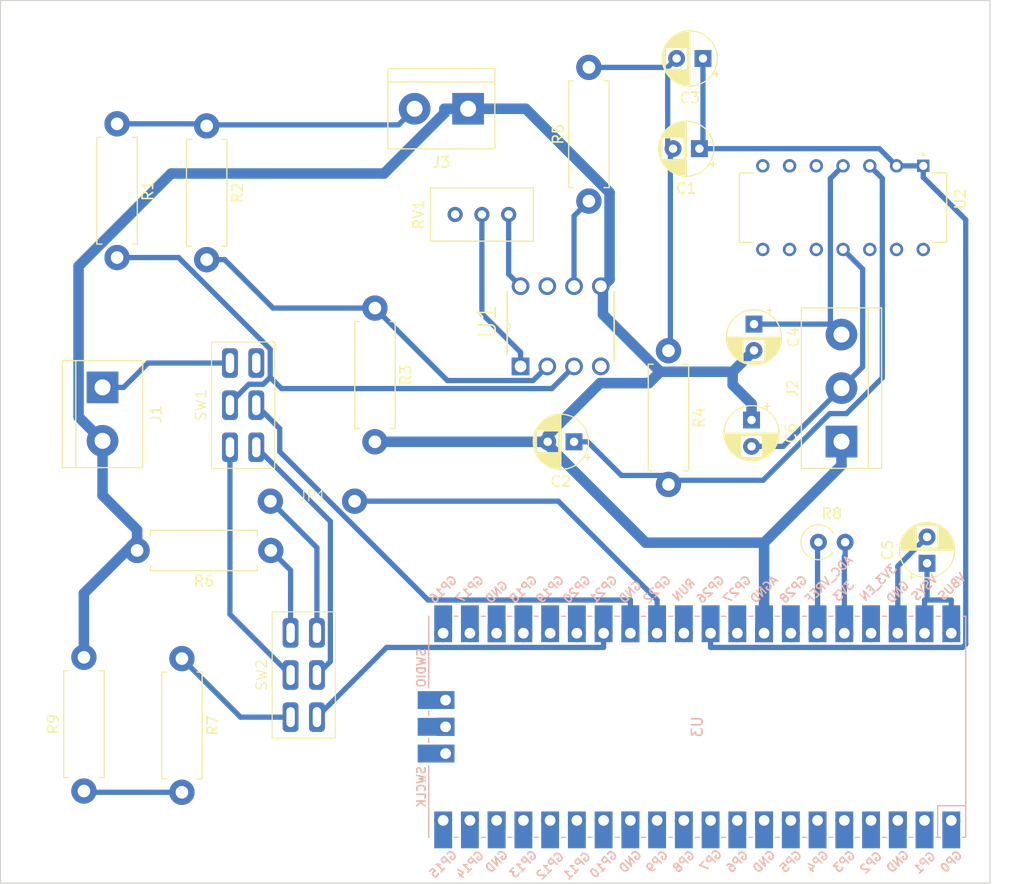
<source format=kicad_pcb>
(kicad_pcb (version 20221018) (generator pcbnew)
  (layers (0 "F.Cu" signal) (31 "B.Cu" signal) (34 "B.Paste" user) (35 "F.Paste" user) (36 "B.SilkS" user "B.Silkscreen") (37 "F.SilkS" user "F.Silkscreen") (38 "B.Mask" user) (39 "F.Mask" user) (44 "Edge.Cuts" user))
  (net 0 "")
  (net 1 "Net-(U2A--)")
  (net 2 "Net-(C1-Pad2)")
  (net 3 "Net-(U2A-+)")
  (net 4 "GND")
  (net 5 "VCC")
  (net 6 "Net-(U3-VBUS)")
  (net 7 "Net-(C5-Pad2)")
  (net 8 "VEE")
  (net 9 "Net-(J1-Pin_1)")
  (net 10 "+5V")
  (net 11 "Net-(SW1A-B)")
  (net 12 "Net-(U1--)")
  (net 13 "Net-(R5-Pad1)")
  (net 14 "Net-(SW2A-C)")
  (net 15 "Net-(SW2A-A)")
  (net 16 "Net-(R7-Pad2)")
  (net 17 "Net-(U3-ADC_VREF)")
  (net 18 "Net-(U3-3V3)")
  (net 20 "Net-(RV1-Pad2)")
  (net 21 "Net-(RV1-Pad3)")
  (net 22 "Net-(SW1B-A)")
  (net 23 "Net-(SW1B-B)")
  (net 24 "Net-(SW2B-A)")
  (net 57 "Net-(SW1A-A)")
  (net 58 "Net-(JP1-A)")
  (net 59 "Net-(JP1-B)")
  (footprint "Resistor_THT:R_Axial_DIN0411_L9.9mm_D3.6mm_P12.70mm_Horizontal" (layer "F.Cu") (at 91.74 113.18 90)
    (fp_text reference "R9" (at 6.35 -2.92 90) (layer "F.SilkS"))
    (fp_text value "20.6Ω")
    (pad "1" thru_hole circle (at 0 0 90) (size 2.4 2.4) (drill 1.2) (layers "*.Cu" "*.Mask") (net 16 "Net-(R7-Pad2)"))
    (pad "2" thru_hole oval (at 12.7 0 90) (size 2.4 2.4) (drill 1.2) (layers "*.Cu" "*.Mask") (net 4 "GND"))
  )
  (footprint "MyLibrary:TerminalBlock_bornier-2_P5.08mm" (layer "F.Cu") (at 128.23 48.38 180)
    (fp_text reference "J3" (at 2.54 -5.08 180) (layer "F.SilkS"))
    (fp_text value "5vPower")
    (pad "1" thru_hole rect (at 0 0 180) (size 3 3) (drill 1.52) (layers "*.Cu" "*.Mask") (net 4 "GND"))
    (pad "2" thru_hole circle (at 5.08 0 180) (size 3 3) (drill 1.52) (layers "*.Cu" "*.Mask") (net 10 "+5V"))
  )
  (footprint "TerminalBlock:TerminalBlock_bornier-3_P5.08mm" (layer "F.Cu") (at 163.69 79.99 90)
    (fp_text reference "J2" (at 5.05 -4.65 90) (layer "F.SilkS"))
    (fp_text value "+ gnd -")
    (pad "1" thru_hole rect (at 0 0 90) (size 3 3) (drill 1.52) (layers "*.Cu" "*.Mask") (net 4 "GND"))
    (pad "2" thru_hole circle (at 5.08 0 90) (size 3 3) (drill 1.52) (layers "*.Cu" "*.Mask") (net 8 "VEE"))
    (pad "3" thru_hole circle (at 10.16 0 90) (size 3 3) (drill 1.52) (layers "*.Cu" "*.Mask") (net 5 "VCC"))
  )
  (footprint "INA128P:DIP254P762X508-8" (layer "F.Cu") (at 140.83 65.23 90)
    (fp_text reference "U1" (at -3.357835 -10.785785 90) (layer "F.SilkS") (effects (font (size 1.642465 1.642465))))
    (fp_text value "INA129")
    (pad "1" thru_hole rect (at -7.62 -7.62 90) (size 1.6764 1.6764) (drill 1.1176) (layers "*.Cu" "*.Mask") (net 20 "Net-(RV1-Pad2)"))
    (pad "2" thru_hole circle (at -7.62 -5.08 90) (size 1.6764 1.6764) (drill 1.1176) (layers "*.Cu" "*.Mask") (net 12 "Net-(U1--)"))
    (pad "3" thru_hole circle (at -7.62 -2.54 90) (size 1.6764 1.6764) (drill 1.1176) (layers "*.Cu" "*.Mask") (net 11 "Net-(SW1A-B)"))
    (pad "4" thru_hole circle (at -7.62 0 90) (size 1.6764 1.6764) (drill 1.1176) (layers "*.Cu" "*.Mask") (net 8 "VEE"))
    (pad "5" thru_hole circle (at 0 0 90) (size 1.6764 1.6764) (drill 1.1176) (layers "*.Cu" "*.Mask") (net 4 "GND"))
    (pad "6" thru_hole circle (at 0 -2.54 90) (size 1.6764 1.6764) (drill 1.1176) (layers "*.Cu" "*.Mask") (net 13 "Net-(R5-Pad1)"))
    (pad "7" thru_hole circle (at 0 -5.08 90) (size 1.6764 1.6764) (drill 1.1176) (layers "*.Cu" "*.Mask") (net 5 "VCC"))
    (pad "8" thru_hole circle (at 0 -7.62 90) (size 1.6764 1.6764) (drill 1.1176) (layers "*.Cu" "*.Mask") (net 21 "Net-(RV1-Pad3)"))
  )
  (footprint "Capacitor_THT:CP_Radial_D5.0mm_P2.50mm" (layer "F.Cu") (at 155.15 77.9449 -90)
    (fp_text reference "C6" (at 1.25 -3.75 90) (layer "F.SilkS"))
    (fp_text value "C_Polarized")
    (pad "1" thru_hole rect (at 0 0 270) (size 1.6 1.6) (drill 0.8) (layers "*.Cu" "*.Mask") (net 4 "GND"))
    (pad "2" thru_hole circle (at 2.5 0 270) (size 1.6 1.6) (drill 0.8) (layers "*.Cu" "*.Mask") (net 8 "VEE"))
  )
  (footprint "Resistor_THT:R_Axial_DIN0411_L9.9mm_D3.6mm_P12.70mm_Horizontal" (layer "F.Cu") (at 103.4 50.01 -90)
    (fp_text reference "R2" (at 6.35 -2.92 90) (layer "F.SilkS"))
    (fp_text value "4k")
    (pad "1" thru_hole circle (at 0 0 270) (size 2.4 2.4) (drill 1.2) (layers "*.Cu" "*.Mask") (net 10 "+5V"))
    (pad "2" thru_hole oval (at 12.7 0 270) (size 2.4 2.4) (drill 1.2) (layers "*.Cu" "*.Mask") (net 12 "Net-(U1--)"))
  )
  (footprint "Resistor_THT:R_Axial_DIN0411_L9.9mm_D3.6mm_P12.70mm_Horizontal" (layer "F.Cu") (at 101.05 100.6 -90)
    (fp_text reference "R7" (at 6.35 -2.92 90) (layer "F.SilkS"))
    (fp_text value "117.9Ω")
    (pad "1" thru_hole circle (at 0 0 270) (size 2.4 2.4) (drill 1.2) (layers "*.Cu" "*.Mask") (net 15 "Net-(SW2A-A)"))
    (pad "2" thru_hole oval (at 12.7 0 270) (size 2.4 2.4) (drill 1.2) (layers "*.Cu" "*.Mask") (net 16 "Net-(R7-Pad2)"))
  )
  (footprint "MyLibrary:TerminalBlock_bornier-2_P5.08mm" (layer "F.Cu") (at 93.51 74.84 -90)
    (fp_text reference "J1" (at 2.54 -5.08 -90) (layer "F.SilkS"))
    (fp_text value "PinToPT100")
    (pad "1" thru_hole rect (at 0 0 270) (size 3 3) (drill 1.52) (layers "*.Cu" "*.Mask") (net 9 "Net-(J1-Pin_1)"))
    (pad "2" thru_hole circle (at 5.08 0 270) (size 3 3) (drill 1.52) (layers "*.Cu" "*.Mask") (net 4 "GND"))
  )
  (footprint "Resistor_THT:R_Axial_DIN0411_L9.9mm_D3.6mm_P12.70mm_Horizontal" (layer "F.Cu") (at 119.38 67.31 -90)
    (fp_text reference "R3" (at 6.35 -2.92 90) (layer "F.SilkS"))
    (fp_text value "100")
    (pad "1" thru_hole circle (at 0 0 270) (size 2.4 2.4) (drill 1.2) (layers "*.Cu" "*.Mask") (net 12 "Net-(U1--)"))
    (pad "2" thru_hole oval (at 12.7 0 270) (size 2.4 2.4) (drill 1.2) (layers "*.Cu" "*.Mask") (net 4 "GND"))
  )
  (footprint "MyLibrary:DIP-Switch-2P2T" (layer "F.Cu") (at 106.86 76.53 90)
    (fp_text reference "SW1" (at 0 -4 90 unlocked) (layer "F.SilkS") (effects (font (thickness 0.1))))
    (fp_text value "SW_DPDT_x2")
    (pad "1" thru_hole roundrect (at -4 -1.25 90) (size 2.8 1.5) (drill oval 1.9 0.8) (layers "*.Cu" "*.Mask") (net 57 "Net-(SW1A-A)"))
    (pad "2" thru_hole roundrect (at 0 -1.25 90) (size 2.8 1.5) (drill oval 1.9 0.8) (layers "*.Cu" "*.Mask") (net 11 "Net-(SW1A-B)"))
    (pad "3" thru_hole roundrect (at 4 -1.25 90) (size 2.8 1.5) (drill oval 1.9 0.8) (layers "*.Cu" "*.Mask") (net 9 "Net-(J1-Pin_1)"))
    (pad "4" thru_hole roundrect (at -4 1.25 270) (size 2.8 1.5) (drill oval 1.9 0.8) (layers "*.Cu" "*.Mask") (net 22 "Net-(SW1B-A)"))
    (pad "5" thru_hole roundrect (at 0 1.25 90) (size 2.8 1.5) (drill oval 1.9 0.8) (layers "*.Cu" "*.Mask") (net 23 "Net-(SW1B-B)"))
    (pad "6" thru_hole roundrect (at 4 1.25 90) (size 2.8 1.5) (drill oval 1.9 0.8) (layers "*.Cu" "*.Mask"))
  )
  (footprint "Resistor_THT:R_Axial_DIN0309_L9.0mm_D3.2mm_P2.54mm_Vertical" (layer "F.Cu") (at 161.5 89.55)
    (fp_text reference "R8" (at 1.27 -2.72) (layer "F.SilkS"))
    (fp_text value "100")
    (pad "1" thru_hole circle (at 0 0) (size 1.6 1.6) (drill 0.8) (layers "*.Cu" "*.Mask") (net 17 "Net-(U3-ADC_VREF)"))
    (pad "2" thru_hole oval (at 2.54 0) (size 1.6 1.6) (drill 0.8) (layers "*.Cu" "*.Mask") (net 18 "Net-(U3-3V3)"))
  )
  (footprint "Capacitor_THT:CP_Radial_D5.0mm_P2.50mm" (layer "F.Cu") (at 138.29 80.01 180)
    (fp_text reference "C2" (at 1.25 -3.75) (layer "F.SilkS"))
    (fp_text value "10u")
    (pad "1" thru_hole rect (at 0 0 180) (size 1.6 1.6) (drill 0.8) (layers "*.Cu" "*.Mask") (net 3 "Net-(U2A-+)"))
    (pad "2" thru_hole circle (at 2.5 0 180) (size 1.6 1.6) (drill 0.8) (layers "*.Cu" "*.Mask") (net 4 "GND"))
  )
  (footprint "Capacitor_THT:CP_Radial_D5.0mm_P2.50mm" (layer "F.Cu") (at 150.1951 52.17 180)
    (fp_text reference "C1" (at 1.25 -3.75) (layer "F.SilkS"))
    (fp_text value "10u")
    (pad "1" thru_hole rect (at 0 0 180) (size 1.6 1.6) (drill 0.8) (layers "*.Cu" "*.Mask") (net 1 "Net-(U2A--)"))
    (pad "2" thru_hole circle (at 2.5 0 180) (size 1.6 1.6) (drill 0.8) (layers "*.Cu" "*.Mask") (net 2 "Net-(C1-Pad2)"))
  )
  (footprint "Potentiometer_THT:Potentiometer_Bourns_3386C_Horizontal" (layer "F.Cu") (at 127 58.42 90)
    (fp_text reference "RV1" (at 0 -3.475 90) (layer "F.SilkS"))
    (fp_text value "RTrim")
    (pad "1" thru_hole circle (at 0 0 90) (size 1.44 1.44) (drill 0.8) (layers "*.Cu" "*.Mask"))
    (pad "2" thru_hole circle (at 0 2.54 90) (size 1.44 1.44) (drill 0.8) (layers "*.Cu" "*.Mask") (net 20 "Net-(RV1-Pad2)"))
    (pad "3" thru_hole circle (at 0 5.08 90) (size 1.44 1.44) (drill 0.8) (layers "*.Cu" "*.Mask") (net 21 "Net-(RV1-Pad3)"))
  )
  (footprint "Resistor_THT:R_Axial_DIN0411_L9.9mm_D3.6mm_P12.70mm_Horizontal" (layer "F.Cu") (at 109.49 90.33 180)
    (fp_text reference "R6" (at 6.35 -2.92) (layer "F.SilkS"))
    (fp_text value "100Ω")
    (pad "1" thru_hole circle (at 0 0 180) (size 2.4 2.4) (drill 1.2) (layers "*.Cu" "*.Mask") (net 14 "Net-(SW2A-C)"))
    (pad "2" thru_hole oval (at 12.7 0 180) (size 2.4 2.4) (drill 1.2) (layers "*.Cu" "*.Mask") (net 4 "GND"))
  )
  (footprint "Capacitor_THT:CP_Radial_D5.0mm_P2.50mm" (layer "F.Cu") (at 150.5351 43.6 180)
    (fp_text reference "C3" (at 1.25 -3.75) (layer "F.SilkS"))
    (fp_text value "10u")
    (pad "1" thru_hole rect (at 0 0 180) (size 1.6 1.6) (drill 0.8) (layers "*.Cu" "*.Mask") (net 1 "Net-(U2A--)"))
    (pad "2" thru_hole circle (at 2.5 0 180) (size 1.6 1.6) (drill 0.8) (layers "*.Cu" "*.Mask") (net 2 "Net-(C1-Pad2)"))
  )
  (footprint "Capacitor_THT:CP_Radial_D5.0mm_P2.50mm" (layer "F.Cu") (at 155.38 68.8349 -90)
    (fp_text reference "C4" (at 1.25 -3.75 90) (layer "F.SilkS"))
    (fp_text value "C_Polarized")
    (pad "1" thru_hole rect (at 0 0 270) (size 1.6 1.6) (drill 0.8) (layers "*.Cu" "*.Mask") (net 5 "VCC"))
    (pad "2" thru_hole circle (at 2.5 0 270) (size 1.6 1.6) (drill 0.8) (layers "*.Cu" "*.Mask") (net 4 "GND"))
  )
  (footprint "Resistor_THT:R_Axial_DIN0411_L9.9mm_D3.6mm_P12.70mm_Horizontal" (layer "F.Cu") (at 147.26 71.36 -90)
    (fp_text reference "R4" (at 6.35 -2.92 90) (layer "F.SilkS"))
    (fp_text value "1k")
    (pad "1" thru_hole circle (at 0 0 270) (size 2.4 2.4) (drill 1.2) (layers "*.Cu" "*.Mask") (net 2 "Net-(C1-Pad2)"))
    (pad "2" thru_hole oval (at 12.7 0 270) (size 2.4 2.4) (drill 1.2) (layers "*.Cu" "*.Mask") (net 3 "Net-(U2A-+)"))
  )
  (footprint "TL084IN:DIP794W45P254L1969H508Q14" (layer "F.Cu") (at 163.84 57.7725 -90)
    (fp_text reference "U2" (at -0.825 -11.135 90) (layer "F.SilkS"))
    (fp_text value "TL084")
    (pad "1" thru_hole rect (at -3.97 -7.62 270) (size 1.17 1.17) (drill 0.77) (layers "*.Cu" "*.Mask") (net 1 "Net-(U2A--)"))
    (pad "2" thru_hole circle (at -3.97 -5.08 270) (size 1.27 1.27) (drill 0.77) (layers "*.Cu" "*.Mask") (net 1 "Net-(U2A--)"))
    (pad "3" thru_hole circle (at -3.97 -2.54 270) (size 1.27 1.27) (drill 0.77) (layers "*.Cu" "*.Mask") (net 3 "Net-(U2A-+)"))
    (pad "4" thru_hole circle (at -3.97 0 270) (size 1.27 1.27) (drill 0.77) (layers "*.Cu" "*.Mask") (net 5 "VCC"))
    (pad "5" thru_hole circle (at -3.97 2.54 270) (size 1.27 1.27) (drill 0.77) (layers "*.Cu" "*.Mask"))
    (pad "6" thru_hole circle (at -3.97 5.08 270) (size 1.27 1.27) (drill 0.77) (layers "*.Cu" "*.Mask"))
    (pad "7" thru_hole circle (at -3.97 7.62 270) (size 1.27 1.27) (drill 0.77) (layers "*.Cu" "*.Mask"))
    (pad "8" thru_hole circle (at 3.97 7.62 270) (size 1.27 1.27) (drill 0.77) (layers "*.Cu" "*.Mask"))
    (pad "9" thru_hole circle (at 3.97 5.08 270) (size 1.27 1.27) (drill 0.77) (layers "*.Cu" "*.Mask"))
    (pad "10" thru_hole circle (at 3.97 2.54 270) (size 1.27 1.27) (drill 0.77) (layers "*.Cu" "*.Mask"))
    (pad "11" thru_hole circle (at 3.97 0 270) (size 1.27 1.27) (drill 0.77) (layers "*.Cu" "*.Mask") (net 8 "VEE"))
    (pad "12" thru_hole circle (at 3.97 -2.54 270) (size 1.27 1.27) (drill 0.77) (layers "*.Cu" "*.Mask"))
    (pad "13" thru_hole circle (at 3.97 -5.08 270) (size 1.27 1.27) (drill 0.77) (layers "*.Cu" "*.Mask"))
    (pad "14" thru_hole circle (at 3.97 -7.62 270) (size 1.27 1.27) (drill 0.77) (layers "*.Cu" "*.Mask"))
  )
  (footprint "Resistor_THT:R_Axial_DIN0411_L9.9mm_D3.6mm_P12.70mm_Horizontal" (layer "F.Cu") (at 139.7 57.15 90)
    (fp_text reference "R5" (at 6.35 -2.92 90) (layer "F.SilkS"))
    (fp_text value "1k")
    (pad "1" thru_hole circle (at 0 0 90) (size 2.4 2.4) (drill 1.2) (layers "*.Cu" "*.Mask") (net 13 "Net-(R5-Pad1)"))
    (pad "2" thru_hole oval (at 12.7 0 90) (size 2.4 2.4) (drill 1.2) (layers "*.Cu" "*.Mask") (net 2 "Net-(C1-Pad2)"))
  )
  (footprint "MyLibrary:jumper-wire_8mm" (layer "F.Cu") (at 113.45 85.65)
    (fp_text reference "JP1" (at 0 -0.5 unlocked) (layer "F.SilkS") (effects (font (thickness 0.1))))
    (fp_text value "Jumper_2_Bridged")
    (pad "1" thru_hole circle (at -4 0) (size 2.4 2.4) (drill 1.2) (layers "*.Cu" "*.Mask") (net 58 "Net-(JP1-A)"))
    (pad "2" thru_hole circle (at 4 0) (size 2.4 2.4) (drill 1.2) (layers "*.Cu" "*.Mask") (net 59 "Net-(JP1-B)"))
  )
  (footprint "MyLibrary:DIP-Switch-2P2T" (layer "F.Cu") (at 112.62 102.16 90)
    (fp_text reference "SW2" (at 0 -4 90 unlocked) (layer "F.SilkS") (effects (font (thickness 0.1))))
    (fp_text value "SW_DPDT_x2")
    (pad "1" thru_hole roundrect (at -4 -1.25 90) (size 2.8 1.5) (drill oval 1.9 0.8) (layers "*.Cu" "*.Mask") (net 15 "Net-(SW2A-A)"))
    (pad "2" thru_hole roundrect (at 0 -1.25 90) (size 2.8 1.5) (drill oval 1.9 0.8) (layers "*.Cu" "*.Mask") (net 57 "Net-(SW1A-A)"))
    (pad "3" thru_hole roundrect (at 4 -1.25 90) (size 2.8 1.5) (drill oval 1.9 0.8) (layers "*.Cu" "*.Mask") (net 14 "Net-(SW2A-C)"))
    (pad "4" thru_hole roundrect (at -4 1.25 270) (size 2.8 1.5) (drill oval 1.9 0.8) (layers "*.Cu" "*.Mask") (net 24 "Net-(SW2B-A)"))
    (pad "5" thru_hole roundrect (at 0 1.25 90) (size 2.8 1.5) (drill oval 1.9 0.8) (layers "*.Cu" "*.Mask") (net 22 "Net-(SW1B-A)"))
    (pad "6" thru_hole roundrect (at 4 1.25 90) (size 2.8 1.5) (drill oval 1.9 0.8) (layers "*.Cu" "*.Mask") (net 58 "Net-(JP1-A)"))
  )
  (footprint "Resistor_THT:R_Axial_DIN0411_L9.9mm_D3.6mm_P12.70mm_Horizontal" (layer "F.Cu") (at 94.89 49.81 -90)
    (fp_text reference "R1" (at 6.35 -2.92 90) (layer "F.SilkS"))
    (fp_text value "4k")
    (pad "1" thru_hole circle (at 0 0 270) (size 2.4 2.4) (drill 1.2) (layers "*.Cu" "*.Mask") (net 10 "+5V"))
    (pad "2" thru_hole oval (at 12.7 0 270) (size 2.4 2.4) (drill 1.2) (layers "*.Cu" "*.Mask") (net 11 "Net-(SW1A-B)"))
  )
  (footprint "Capacitor_THT:CP_Radial_D5.0mm_P2.50mm" (layer "F.Cu") (at 171.82 91.55 90)
    (fp_text reference "C5" (at 1.25 -3.75 90) (layer "F.SilkS"))
    (fp_text value "C_Polarized")
    (pad "1" thru_hole rect (at 0 0 90) (size 1.6 1.6) (drill 0.8) (layers "*.Cu" "*.Mask") (net 6 "Net-(U3-VBUS)"))
    (pad "2" thru_hole circle (at 2.5 0 90) (size 1.6 1.6) (drill 0.8) (layers "*.Cu" "*.Mask") (net 7 "Net-(C5-Pad2)"))
  )
  (footprint "MCU_RaspberryPi_and_Boards:RPi_Pico_SMD_TH" (layer "B.Cu") (at 149.99 107.08 90)
    (fp_text reference "U3" (at 0 0 90) (layer "B.SilkS") (effects (justify mirror)))
    (fp_text value "Pico")
    (fp_text user "GP16" (at 13.054 -24.13 45) (layer "B.SilkS") (effects (font (size 0.8 0.8)) (justify mirror)))
    (fp_text user "GND" (at 12.8 -6.35 45) (layer "B.SilkS") (effects (font (size 0.8 0.8)) (justify mirror)))
    (fp_text user "GP18" (at 13.054 -16.51 45) (layer "B.SilkS") (effects (font (size 0.8 0.8)) (justify mirror)))
    (fp_text user "GP7" (at -12.7 1.3 45) (layer "B.SilkS") (effects (font (size 0.8 0.8)) (justify mirror)))
    (fp_text user "GP12" (at -13.2 -13.97 45) (layer "B.SilkS") (effects (font (size 0.8 0.8)) (justify mirror)))
    (fp_text user "GP19" (at 13.054 -13.97 45) (layer "B.SilkS") (effects (font (size 0.8 0.8)) (justify mirror)))
    (fp_text user "3V3" (at 12.9 13.9 45) (layer "B.SilkS") (effects (font (size 0.8 0.8)) (justify mirror)))
    (fp_text user "GP3" (at -12.8 13.97 45) (layer "B.SilkS") (effects (font (size 0.8 0.8)) (justify mirror)))
    (fp_text user "GP5" (at -12.8 8.89 45) (layer "B.SilkS") (effects (font (size 0.8 0.8)) (justify mirror)))
    (fp_text user "GP8" (at -12.8 -1.27 45) (layer "B.SilkS") (effects (font (size 0.8 0.8)) (justify mirror)))
    (fp_text user "GP14" (at -13.1 -21.59 45) (layer "B.SilkS") (effects (font (size 0.8 0.8)) (justify mirror)))
    (fp_text user "GP22" (at 13.054 -3.81 45) (layer "B.SilkS") (effects (font (size 0.8 0.8)) (justify mirror)))
    (fp_text user "AGND" (at 13.054 6.35 45) (layer "B.SilkS") (effects (font (size 0.8 0.8)) (justify mirror)))
    (fp_text user "RUN" (at 13 -1.27 45) (layer "B.SilkS") (effects (font (size 0.8 0.8)) (justify mirror)))
    (fp_text user "GP1" (at -12.9 21.6 45) (layer "B.SilkS") (effects (font (size 0.8 0.8)) (justify mirror)))
    (fp_text user "SWDIO" (at 5.6 -26.2 90) (layer "B.SilkS") (effects (font (size 0.8 0.8)) (justify mirror)))
    (fp_text user "GP27" (at 13.054 3.8 45) (layer "B.SilkS") (effects (font (size 0.8 0.8)) (justify mirror)))
    (fp_text user "GND" (at -12.8 -6.35 45) (layer "B.SilkS") (effects (font (size 0.8 0.8)) (justify mirror)))
    (fp_text user "GP13" (at -13.054 -16.51 45) (layer "B.SilkS") (effects (font (size 0.8 0.8)) (justify mirror)))
    (fp_text user "SWCLK" (at -5.7 -26.2 90) (layer "B.SilkS") (effects (font (size 0.8 0.8)) (justify mirror)))
    (fp_text user "GP6" (at -12.8 3.81 45) (layer "B.SilkS") (effects (font (size 0.8 0.8)) (justify mirror)))
    (fp_text user "GP20" (at 13.054 -11.43 45) (layer "B.SilkS") (effects (font (size 0.8 0.8)) (justify mirror)))
    (fp_text user "ADC_VREF" (at 14 12.5 45) (layer "B.SilkS") (effects (font (size 0.8 0.8)) (justify mirror)))
    (fp_text user "GP11" (at -13.2 -11.43 45) (layer "B.SilkS") (effects (font (size 0.8 0.8)) (justify mirror)))
    (fp_text user "GP28" (at 13.054 9.144 45) (layer "B.SilkS") (effects (font (size 0.8 0.8)) (justify mirror)))
    (fp_text user "GP10" (at -13.054 -8.89 45) (layer "B.SilkS") (effects (font (size 0.8 0.8)) (justify mirror)))
    (fp_text user "GP0" (at -12.8 24.13 45) (layer "B.SilkS") (effects (font (size 0.8 0.8)) (justify mirror)))
    (fp_text user "GP26" (at 13.054 1.27 45) (layer "B.SilkS") (effects (font (size 0.8 0.8)) (justify mirror)))
    (fp_text user "GND" (at 12.8 19.05 45) (layer "B.SilkS") (effects (font (size 0.8 0.8)) (justify mirror)))
    (fp_text user "GP2" (at -12.9 16.51 45) (layer "B.SilkS") (effects (font (size 0.8 0.8)) (justify mirror)))
    (fp_text user "GND" (at 12.8 -19.05 45) (layer "B.SilkS") (effects (font (size 0.8 0.8)) (justify mirror)))
    (fp_text user "GP15" (at -13.054 -24.13 45) (layer "B.SilkS") (effects (font (size 0.8 0.8)) (justify mirror)))
    (fp_text user "GND" (at -12.8 -19.05 45) (layer "B.SilkS") (effects (font (size 0.8 0.8)) (justify mirror)))
    (fp_text user "GP21" (at 13.054 -8.9 45) (layer "B.SilkS") (effects (font (size 0.8 0.8)) (justify mirror)))
    (fp_text user "GP4" (at -12.8 11.43 45) (layer "B.SilkS") (effects (font (size 0.8 0.8)) (justify mirror)))
    (fp_text user "VBUS" (at 13.3 24.2 45) (layer "B.SilkS") (effects (font (size 0.8 0.8)) (justify mirror)))
    (fp_text user "GND" (at -12.8 19.05 45) (layer "B.SilkS") (effects (font (size 0.8 0.8)) (justify mirror)))
    (fp_text user "3V3_EN" (at 13.7 17.2 45) (layer "B.SilkS") (effects (font (size 0.8 0.8)) (justify mirror)))
    (fp_text user "GND" (at -12.8 6.35 45) (layer "B.SilkS") (effects (font (size 0.8 0.8)) (justify mirror)))
    (fp_text user "VSYS" (at 13.2 21.59 45) (layer "B.SilkS") (effects (font (size 0.8 0.8)) (justify mirror)))
    (fp_text user "GP17" (at 13.054 -21.59 45) (layer "B.SilkS") (effects (font (size 0.8 0.8)) (justify mirror)))
    (fp_text user "GP9" (at -12.8 -3.81 45) (layer "B.SilkS") (effects (font (size 0.8 0.8)) (justify mirror)))
    (pad "" np_thru_hole oval (at -2.725 24 90) (size 1.8 1.8) (drill 1.8) (layers "*.Cu" "*.Mask"))
    (pad "" np_thru_hole oval (at -2.425 20.97 90) (size 1.5 1.5) (drill 1.5) (layers "*.Cu" "*.Mask"))
    (pad "" np_thru_hole oval (at 2.425 20.97 90) (size 1.5 1.5) (drill 1.5) (layers "*.Cu" "*.Mask"))
    (pad "" np_thru_hole oval (at 2.725 24 90) (size 1.8 1.8) (drill 1.8) (layers "*.Cu" "*.Mask"))
    (pad "1" thru_hole oval (at -8.89 24.13 90) (size 1.7 1.7) (drill 1.02) (layers "*.Cu" "*.Mask"))
    (pad "1" smd rect (at -8.89 24.13 90) (size 3.5 1.7) (drill (offset -0.9 0)) (layers "B.Cu" "B.Mask"))
    (pad "2" thru_hole oval (at -8.89 21.59 90) (size 1.7 1.7) (drill 1.02) (layers "*.Cu" "*.Mask"))
    (pad "2" smd rect (at -8.89 21.59 90) (size 3.5 1.7) (drill (offset -0.9 0)) (layers "B.Cu" "B.Mask"))
    (pad "3" thru_hole rect (at -8.89 19.05 90) (size 1.7 1.7) (drill 1.02) (layers "*.Cu" "*.Mask"))
    (pad "3" smd rect (at -8.89 19.05 90) (size 3.5 1.7) (drill (offset -0.9 0)) (layers "B.Cu" "B.Mask"))
    (pad "4" thru_hole oval (at -8.89 16.51 90) (size 1.7 1.7) (drill 1.02) (layers "*.Cu" "*.Mask"))
    (pad "4" smd rect (at -8.89 16.51 90) (size 3.5 1.7) (drill (offset -0.9 0)) (layers "B.Cu" "B.Mask"))
    (pad "5" thru_hole oval (at -8.89 13.97 90) (size 1.7 1.7) (drill 1.02) (layers "*.Cu" "*.Mask"))
    (pad "5" smd rect (at -8.89 13.97 90) (size 3.5 1.7) (drill (offset -0.9 0)) (layers "B.Cu" "B.Mask"))
    (pad "6" thru_hole oval (at -8.89 11.43 90) (size 1.7 1.7) (drill 1.02) (layers "*.Cu" "*.Mask"))
    (pad "6" smd rect (at -8.89 11.43 90) (size 3.5 1.7) (drill (offset -0.9 0)) (layers "B.Cu" "B.Mask"))
    (pad "7" thru_hole oval (at -8.89 8.89 90) (size 1.7 1.7) (drill 1.02) (layers "*.Cu" "*.Mask"))
    (pad "7" smd rect (at -8.89 8.89 90) (size 3.5 1.7) (drill (offset -0.9 0)) (layers "B.Cu" "B.Mask"))
    (pad "8" thru_hole rect (at -8.89 6.35 90) (size 1.7 1.7) (drill 1.02) (layers "*.Cu" "*.Mask"))
    (pad "8" smd rect (at -8.89 6.35 90) (size 3.5 1.7) (drill (offset -0.9 0)) (layers "B.Cu" "B.Mask"))
    (pad "9" thru_hole oval (at -8.89 3.81 90) (size 1.7 1.7) (drill 1.02) (layers "*.Cu" "*.Mask"))
    (pad "9" smd rect (at -8.89 3.81 90) (size 3.5 1.7) (drill (offset -0.9 0)) (layers "B.Cu" "B.Mask"))
    (pad "10" thru_hole oval (at -8.89 1.27 90) (size 1.7 1.7) (drill 1.02) (layers "*.Cu" "*.Mask"))
    (pad "10" smd rect (at -8.89 1.27 90) (size 3.5 1.7) (drill (offset -0.9 0)) (layers "B.Cu" "B.Mask"))
    (pad "11" thru_hole oval (at -8.89 -1.27 90) (size 1.7 1.7) (drill 1.02) (layers "*.Cu" "*.Mask"))
    (pad "11" smd rect (at -8.89 -1.27 90) (size 3.5 1.7) (drill (offset -0.9 0)) (layers "B.Cu" "B.Mask"))
    (pad "12" thru_hole oval (at -8.89 -3.81 90) (size 1.7 1.7) (drill 1.02) (layers "*.Cu" "*.Mask"))
    (pad "12" smd rect (at -8.89 -3.81 90) (size 3.5 1.7) (drill (offset -0.9 0)) (layers "B.Cu" "B.Mask"))
    (pad "13" thru_hole rect (at -8.89 -6.35 90) (size 1.7 1.7) (drill 1.02) (layers "*.Cu" "*.Mask"))
    (pad "13" smd rect (at -8.89 -6.35 90) (size 3.5 1.7) (drill (offset -0.9 0)) (layers "B.Cu" "B.Mask"))
    (pad "14" thru_hole oval (at -8.89 -8.89 90) (size 1.7 1.7) (drill 1.02) (layers "*.Cu" "*.Mask"))
    (pad "14" smd rect (at -8.89 -8.89 90) (size 3.5 1.7) (drill (offset -0.9 0)) (layers "B.Cu" "B.Mask"))
    (pad "15" thru_hole oval (at -8.89 -11.43 90) (size 1.7 1.7) (drill 1.02) (layers "*.Cu" "*.Mask"))
    (pad "15" smd rect (at -8.89 -11.43 90) (size 3.5 1.7) (drill (offset -0.9 0)) (layers "B.Cu" "B.Mask"))
    (pad "16" thru_hole oval (at -8.89 -13.97 90) (size 1.7 1.7) (drill 1.02) (layers "*.Cu" "*.Mask"))
    (pad "16" smd rect (at -8.89 -13.97 90) (size 3.5 1.7) (drill (offset -0.9 0)) (layers "B.Cu" "B.Mask"))
    (pad "17" thru_hole oval (at -8.89 -16.51 90) (size 1.7 1.7) (drill 1.02) (layers "*.Cu" "*.Mask"))
    (pad "17" smd rect (at -8.89 -16.51 90) (size 3.5 1.7) (drill (offset -0.9 0)) (layers "B.Cu" "B.Mask"))
    (pad "18" thru_hole rect (at -8.89 -19.05 90) (size 1.7 1.7) (drill 1.02) (layers "*.Cu" "*.Mask"))
    (pad "18" smd rect (at -8.89 -19.05 90) (size 3.5 1.7) (drill (offset -0.9 0)) (layers "B.Cu" "B.Mask"))
    (pad "19" thru_hole oval (at -8.89 -21.59 90) (size 1.7 1.7) (drill 1.02) (layers "*.Cu" "*.Mask"))
    (pad "19" smd rect (at -8.89 -21.59 90) (size 3.5 1.7) (drill (offset -0.9 0)) (layers "B.Cu" "B.Mask"))
    (pad "20" thru_hole oval (at -8.89 -24.13 90) (size 1.7 1.7) (drill 1.02) (layers "*.Cu" "*.Mask"))
    (pad "20" smd rect (at -8.89 -24.13 90) (size 3.5 1.7) (drill (offset -0.9 0)) (layers "B.Cu" "B.Mask"))
    (pad "21" thru_hole oval (at 8.89 -24.13 90) (size 1.7 1.7) (drill 1.02) (layers "*.Cu" "*.Mask"))
    (pad "21" smd rect (at 8.89 -24.13 90) (size 3.5 1.7) (drill (offset 0.9 0)) (layers "B.Cu" "B.Mask"))
    (pad "22" thru_hole oval (at 8.89 -21.59 90) (size 1.7 1.7) (drill 1.02) (layers "*.Cu" "*.Mask"))
    (pad "22" smd rect (at 8.89 -21.59 90) (size 3.5 1.7) (drill (offset 0.9 0)) (layers "B.Cu" "B.Mask"))
    (pad "23" thru_hole rect (at 8.89 -19.05 90) (size 1.7 1.7) (drill 1.02) (layers "*.Cu" "*.Mask"))
    (pad "23" smd rect (at 8.89 -19.05 90) (size 3.5 1.7) (drill (offset 0.9 0)) (layers "B.Cu" "B.Mask"))
    (pad "24" thru_hole oval (at 8.89 -16.51 90) (size 1.7 1.7) (drill 1.02) (layers "*.Cu" "*.Mask"))
    (pad "24" smd rect (at 8.89 -16.51 90) (size 3.5 1.7) (drill (offset 0.9 0)) (layers "B.Cu" "B.Mask"))
    (pad "25" thru_hole oval (at 8.89 -13.97 90) (size 1.7 1.7) (drill 1.02) (layers "*.Cu" "*.Mask"))
    (pad "25" smd rect (at 8.89 -13.97 90) (size 3.5 1.7) (drill (offset 0.9 0)) (layers "B.Cu" "B.Mask"))
    (pad "26" thru_hole oval (at 8.89 -11.43 90) (size 1.7 1.7) (drill 1.02) (layers "*.Cu" "*.Mask"))
    (pad "26" smd rect (at 8.89 -11.43 90) (size 3.5 1.7) (drill (offset 0.9 0)) (layers "B.Cu" "B.Mask"))
    (pad "27" thru_hole oval (at 8.89 -8.89 90) (size 1.7 1.7) (drill 1.02) (layers "*.Cu" "*.Mask") (net 24 "Net-(SW2B-A)"))
    (pad "27" smd rect (at 8.89 -8.89 90) (size 3.5 1.7) (drill (offset 0.9 0)) (layers "B.Cu" "B.Mask") (net 24 "Net-(SW2B-A)"))
    (pad "28" thru_hole rect (at 8.89 -6.35 90) (size 1.7 1.7) (drill 1.02) (layers "*.Cu" "*.Mask") (net 23 "Net-(SW1B-B)"))
    (pad "28" smd rect (at 8.89 -6.35 90) (size 3.5 1.7) (drill (offset 0.9 0)) (layers "B.Cu" "B.Mask") (net 23 "Net-(SW1B-B)"))
    (pad "29" thru_hole oval (at 8.89 -3.81 90) (size 1.7 1.7) (drill 1.02) (layers "*.Cu" "*.Mask") (net 59 "Net-(JP1-B)"))
    (pad "29" smd rect (at 8.89 -3.81 90) (size 3.5 1.7) (drill (offset 0.9 0)) (layers "B.Cu" "B.Mask") (net 59 "Net-(JP1-B)"))
    (pad "30" thru_hole oval (at 8.89 -1.27 90) (size 1.7 1.7) (drill 1.02) (layers "*.Cu" "*.Mask"))
    (pad "30" smd rect (at 8.89 -1.27 90) (size 3.5 1.7) (drill (offset 0.9 0)) (layers "B.Cu" "B.Mask"))
    (pad "31" thru_hole oval (at 8.89 1.27 90) (size 1.7 1.7) (drill 1.02) (layers "*.Cu" "*.Mask") (net 1 "Net-(U2A--)"))
    (pad "31" smd rect (at 8.89 1.27 90) (size 3.5 1.7) (drill (offset 0.9 0)) (layers "B.Cu" "B.Mask") (net 1 "Net-(U2A--)"))
    (pad "32" thru_hole oval (at 8.89 3.81 90) (size 1.7 1.7) (drill 1.02) (layers "*.Cu" "*.Mask"))
    (pad "32" smd rect (at 8.89 3.81 90) (size 3.5 1.7) (drill (offset 0.9 0)) (layers "B.Cu" "B.Mask"))
    (pad "33" thru_hole rect (at 8.89 6.35 90) (size 1.7 1.7) (drill 1.02) (layers "*.Cu" "*.Mask") (net 4 "GND"))
    (pad "33" smd rect (at 8.89 6.35 90) (size 3.5 1.7) (drill (offset 0.9 0)) (layers "B.Cu" "B.Mask") (net 4 "GND"))
    (pad "34" thru_hole oval (at 8.89 8.89 90) (size 1.7 1.7) (drill 1.02) (layers "*.Cu" "*.Mask"))
    (pad "34" smd rect (at 8.89 8.89 90) (size 3.5 1.7) (drill (offset 0.9 0)) (layers "B.Cu" "B.Mask"))
    (pad "35" thru_hole oval (at 8.89 11.43 90) (size 1.7 1.7) (drill 1.02) (layers "*.Cu" "*.Mask") (net 17 "Net-(U3-ADC_VREF)"))
    (pad "35" smd rect (at 8.89 11.43 90) (size 3.5 1.7) (drill (offset 0.9 0)) (layers "B.Cu" "B.Mask") (net 17 "Net-(U3-ADC_VREF)"))
    (pad "36" thru_hole oval (at 8.89 13.97 90) (size 1.7 1.7) (drill 1.02) (layers "*.Cu" "*.Mask") (net 18 "Net-(U3-3V3)"))
    (pad "36" smd rect (at 8.89 13.97 90) (size 3.5 1.7) (drill (offset 0.9 0)) (layers "B.Cu" "B.Mask") (net 18 "Net-(U3-3V3)"))
    (pad "37" thru_hole oval (at 8.89 16.51 90) (size 1.7 1.7) (drill 1.02) (layers "*.Cu" "*.Mask"))
    (pad "37" smd rect (at 8.89 16.51 90) (size 3.5 1.7) (drill (offset 0.9 0)) (layers "B.Cu" "B.Mask"))
    (pad "38" thru_hole rect (at 8.89 19.05 90) (size 1.7 1.7) (drill 1.02) (layers "*.Cu" "*.Mask") (net 7 "Net-(C5-Pad2)"))
    (pad "38" smd rect (at 8.89 19.05 90) (size 3.5 1.7) (drill (offset 0.9 0)) (layers "B.Cu" "B.Mask") (net 7 "Net-(C5-Pad2)"))
    (pad "39" thru_hole oval (at 8.89 21.59 90) (size 1.7 1.7) (drill 1.02) (layers "*.Cu" "*.Mask") (net 6 "Net-(U3-VBUS)"))
    (pad "39" smd rect (at 8.89 21.59 90) (size 3.5 1.7) (drill (offset 0.9 0)) (layers "B.Cu" "B.Mask") (net 6 "Net-(U3-VBUS)"))
    (pad "40" thru_hole oval (at 8.89 24.13 90) (size 1.7 1.7) (drill 1.02) (layers "*.Cu" "*.Mask") (net 6 "Net-(U3-VBUS)"))
    (pad "40" smd rect (at 8.89 24.13 90) (size 3.5 1.7) (drill (offset 0.9 0)) (layers "B.Cu" "B.Mask") (net 6 "Net-(U3-VBUS)"))
    (pad "41" thru_hole oval (at -2.54 -23.9 90) (size 1.7 1.7) (drill 1.02) (layers "*.Cu" "*.Mask"))
    (pad "41" smd rect (at -2.54 -23.9) (size 3.5 1.7) (drill (offset -0.9 0)) (layers "B.Cu" "B.Mask"))
    (pad "42" thru_hole rect (at 0 -23.9 90) (size 1.7 1.7) (drill 1.02) (layers "*.Cu" "*.Mask"))
    (pad "42" smd rect (at 0 -23.9) (size 3.5 1.7) (drill (offset -0.9 0)) (layers "B.Cu" "B.Mask"))
    (pad "43" thru_hole oval (at 2.54 -23.9 90) (size 1.7 1.7) (drill 1.02) (layers "*.Cu" "*.Mask"))
    (pad "43" smd rect (at 2.54 -23.9) (size 3.5 1.7) (drill (offset -0.9 0)) (layers "B.Cu" "B.Mask"))
  )
  (gr_rect (start 83.82 38.1) (end 177.8 121.92) (stroke (width 0.1)) (fill none) (layer "Edge.Cuts"))
  (segment (start 167.2875 52.17) (end 151.497 52.17) (width 0.5) (layer "B.Cu") (net 1))
  (segment (start 151.26 98.19) (end 151.26 99.5419) (width 0.5) (layer "B.Cu") (net 1))
  (segment (start 150.5351 52.17) (end 150.7458 52.17) (width 0.5) (layer "B.Cu") (net 1))
  (segment (start 175.1887 99.5419) (end 175.4908 99.2398) (width 0.5) (layer "B.Cu") (net 1))
  (segment (start 168.92 53.8025) (end 167.2875 52.17) (width 0.5) (layer "B.Cu") (net 1))
  (segment (start 171.46 53.8025) (end 171.46 54.8894) (width 0.5) (layer "B.Cu") (net 1))
  (segment (start 150.5351 43.6) (end 150.5351 52.17) (width 0.5) (layer "B.Cu") (net 1))
  (segment (start 150.7458 52.17) (end 151.497 52.17) (width 0.5) (layer "B.Cu") (net 1))
  (segment (start 151.26 99.5419) (end 175.1887 99.5419) (width 0.5) (layer "B.Cu") (net 1))
  (segment (start 150.1952 52.17) (end 150.5351 52.17) (width 0.5) (layer "B.Cu") (net 1))
  (segment (start 175.4908 58.9202) (end 171.46 54.8894) (width 0.5) (layer "B.Cu") (net 1))
  (segment (start 175.4908 99.2398) (end 175.4908 58.9202) (width 0.5) (layer "B.Cu") (net 1))
  (segment (start 150.1951 52.17) (end 150.1952 52.17) (width 0.5) (layer "B.Cu") (net 1))
  (segment (start 168.92 53.8025) (end 171.46 53.8025) (width 0.5) (layer "B.Cu") (net 1))
  (segment (start 147.1851 44.45) (end 148.0351 43.6) (width 0.5) (layer "B.Cu") (net 2))
  (segment (start 147.4401 52.17) (end 147.4401 71.1799) (width 0.5) (layer "B.Cu") (net 2))
  (segment (start 147.1851 44.45) (end 147.1851 51.915) (width 0.5) (layer "B.Cu") (net 2))
  (segment (start 147.4401 71.1799) (end 147.26 71.36) (width 0.5) (layer "B.Cu") (net 2))
  (segment (start 147.1851 51.915) (end 147.4401 52.17) (width 0.5) (layer "B.Cu") (net 2))
  (segment (start 147.4401 52.17) (end 147.6951 52.17) (width 0.5) (layer "B.Cu") (net 2))
  (segment (start 139.7 44.45) (end 147.1851 44.45) (width 0.5) (layer "B.Cu") (net 2))
  (segment (start 147.26 83.666) (end 147.26 83.209) (width 0.5) (layer "B.Cu") (net 3))
  (segment (start 142.7909 83.209) (end 139.5919 80.01) (width 0.5) (layer "B.Cu") (net 3))
  (segment (start 147.26 83.209) (end 142.7909 83.209) (width 0.5) (layer "B.Cu") (net 3))
  (segment (start 147.26 84.06) (end 147.26 83.666) (width 0.5) (layer "B.Cu") (net 3))
  (segment (start 167.5706 54.9931) (end 167.5706 73.9274) (width 0.5) (layer "B.Cu") (net 3))
  (segment (start 162.5809 77.3329) (end 156.2478 83.666) (width 0.5) (layer "B.Cu") (net 3))
  (segment (start 138.29 80.01) (end 139.5919 80.01) (width 0.5) (layer "B.Cu") (net 3))
  (segment (start 156.2478 83.666) (end 147.26 83.666) (width 0.5) (layer "B.Cu") (net 3))
  (segment (start 164.1651 77.3329) (end 162.5809 77.3329) (width 0.5) (layer "B.Cu") (net 3))
  (segment (start 166.38 53.8025) (end 167.5706 54.9931) (width 0.5) (layer "B.Cu") (net 3))
  (segment (start 167.5706 73.9274) (end 164.1651 77.3329) (width 0.5) (layer "B.Cu") (net 3))
  (segment (start 155.15 77.9449) (end 155.15 76.393) (width 1) (layer "B.Cu") (net 4))
  (segment (start 145.0972 89.5919) (end 135.79 80.2847) (width 1) (layer "B.Cu") (net 4))
  (segment (start 91.74 94.404) (end 91.74 100.48) (width 1) (layer "B.Cu") (net 4))
  (segment (start 155.38 71.3349) (end 153.3564 73.3585) (width 1) (layer "B.Cu") (net 4))
  (segment (start 91.2331 63.3248) (end 100.0277 54.5302) (width 1) (layer "B.Cu") (net 4))
  (segment (start 100.0277 54.5302) (end 120.2501 54.5302) (width 1) (layer "B.Cu") (net 4))
  (segment (start 135.79 80.01) (end 135.79 79.41) (width 1) (layer "B.Cu") (net 4))
  (segment (start 141.0387 65.23) (end 141.0387 67.9185) (width 1) (layer "B.Cu") (net 4))
  (segment (start 120.2501 54.5302) (end 125.9781 48.8022) (width 1) (layer "B.Cu") (net 4))
  (segment (start 146.4787 73.3585) (end 153.3564 73.3585) (width 1) (layer "B.Cu") (net 4))
  (segment (start 128.23 48.38) (end 133.6987 48.38) (width 1) (layer "B.Cu") (net 4))
  (segment (start 140.7618 74.4382) (end 145.399 74.4382) (width 1) (layer "B.Cu") (net 4))
  (segment (start 153.3564 73.3585) (end 153.3564 74.5994) (width 1) (layer "B.Cu") (net 4))
  (segment (start 141.6645 64.6042) (end 141.0387 65.23) (width 1) (layer "B.Cu") (net 4))
  (segment (start 156.34 89.5919) (end 156.34 98.19) (width 1) (layer "B.Cu") (net 4))
  (segment (start 145.399 74.4382) (end 146.4787 73.3585) (width 1) (layer "B.Cu") (net 4))
  (segment (start 133.6987 48.38) (end 141.6645 56.3458) (width 1) (layer "B.Cu") (net 4))
  (segment (start 119.38 80.01) (end 135.79 80.01) (width 1) (layer "B.Cu") (net 4))
  (segment (start 125.9781 48.8022) (end 125.9781 48.38) (width 1) (layer "B.Cu") (net 4))
  (segment (start 156.34 89.5919) (end 145.0972 89.5919) (width 1) (layer "B.Cu") (net 4))
  (segment (start 91.2331 77.6431) (end 91.2331 63.3248) (width 1) (layer "B.Cu") (net 4))
  (segment (start 141.0387 65.23) (end 140.83 65.23) (width 1) (layer "B.Cu") (net 4))
  (segment (start 135.79 79.41) (end 140.7618 74.4382) (width 1) (layer "B.Cu") (net 4))
  (segment (start 135.79 80.2847) (end 135.79 80.01) (width 1) (layer "B.Cu") (net 4))
  (segment (start 93.51 79.92) (end 91.2331 77.6431) (width 1) (layer "B.Cu") (net 4))
  (segment (start 153.3564 74.5994) (end 155.15 76.393) (width 1) (layer "B.Cu") (net 4))
  (segment (start 96.79 89.354) (end 91.74 94.404) (width 1) (layer "B.Cu") (net 4))
  (segment (start 163.69 79.99) (end 163.69 82.2419) (width 1) (layer "B.Cu") (net 4))
  (segment (start 141.0387 67.9185) (end 146.4787 73.3585) (width 1) (layer "B.Cu") (net 4))
  (segment (start 93.51 85.0981) (end 93.51 79.92) (width 1) (layer "B.Cu") (net 4))
  (segment (start 96.79 88.3781) (end 93.51 85.0981) (width 1) (layer "B.Cu") (net 4))
  (segment (start 128.23 48.38) (end 125.9781 48.38) (width 1) (layer "B.Cu") (net 4))
  (segment (start 96.79 89.354) (end 96.79 88.3781) (width 1) (layer "B.Cu") (net 4))
  (segment (start 96.79 90.33) (end 96.79 89.354) (width 1) (layer "B.Cu") (net 4))
  (segment (start 163.69 82.2419) (end 156.34 89.5919) (width 1) (layer "B.Cu") (net 4))
  (segment (start 141.6645 56.3458) (end 141.6645 64.6042) (width 1) (layer "B.Cu") (net 4))
  (segment (start 162.64 68.78) (end 162.5851 68.8349) (width 0.5) (layer "B.Cu") (net 5))
  (segment (start 163.84 53.8025) (end 162.64 55.0025) (width 0.5) (layer "B.Cu") (net 5))
  (segment (start 162.5851 68.8349) (end 155.38 68.8349) (width 0.5) (layer "B.Cu") (net 5))
  (segment (start 163.69 69.83) (end 162.64 68.78) (width 0.5) (layer "B.Cu") (net 5))
  (segment (start 162.64 55.0025) (end 162.64 68.78) (width 0.5) (layer "B.Cu") (net 5))
  (segment (start 174.12 98.19) (end 174.12 95.0381) (width 0.5) (layer "B.Cu") (net 6))
  (segment (start 171.58 95.0381) (end 171.82 95.0381) (width 0.5) (layer "B.Cu") (net 6))
  (segment (start 171.82 91.55) (end 171.82 92.8519) (width 0.5) (layer "B.Cu") (net 6))
  (segment (start 171.82 95.0381) (end 174.12 95.0381) (width 0.5) (layer "B.Cu") (net 6))
  (segment (start 171.82 92.8519) (end 171.82 95.0381) (width 0.5) (layer "B.Cu") (net 6))
  (segment (start 171.58 98.19) (end 171.58 95.0381) (width 0.5) (layer "B.Cu") (net 6))
  (segment (start 169.04 91.83) (end 171.82 89.05) (width 0.5) (layer "B.Cu") (net 7))
  (segment (start 169.04 98.19) (end 169.04 91.83) (width 0.5) (layer "B.Cu") (net 7))
  (segment (start 163.69 74.91) (end 158.1551 80.4449) (width 0.5) (layer "B.Cu") (net 8))
  (segment (start 158.1551 80.4449) (end 155.15 80.4449) (width 0.5) (layer "B.Cu") (net 8))
  (segment (start 165.7024 72.8976) (end 163.69 74.91) (width 0.5) (layer "B.Cu") (net 8))
  (segment (start 165.7024 63.6049) (end 165.7024 72.8976) (width 0.5) (layer "B.Cu") (net 8))
  (segment (start 163.84 61.7425) (end 165.7024 63.6049) (width 0.5) (layer "B.Cu") (net 8))
  (segment (start 97.8219 72.53) (end 105.61 72.53) (width 0.5) (layer "B.Cu") (net 9))
  (segment (start 95.5119 74.84) (end 97.8219 72.53) (width 0.5) (layer "B.Cu") (net 9))
  (segment (start 93.51 74.84) (end 95.5119 74.84) (width 0.5) (layer "B.Cu") (net 9))
  (segment (start 103.4 49.91) (end 121.62 49.91) (width 0.5) (layer "B.Cu") (net 10))
  (segment (start 94.89 49.81) (end 103.3 49.81) (width 0.5) (layer "B.Cu") (net 10))
  (segment (start 103.4 49.91) (end 103.4 50.01) (width 0.5) (layer "B.Cu") (net 10))
  (segment (start 103.3 49.81) (end 103.4 49.91) (width 0.5) (layer "B.Cu") (net 10))
  (segment (start 121.62 49.91) (end 123.15 48.38) (width 0.5) (layer "B.Cu") (net 10))
  (segment (start 109.4328 73.884) (end 110.5033 74.9545) (width 0.5) (layer "B.Cu") (net 11))
  (segment (start 100.7301 62.51) (end 109.4328 71.2127) (width 0.5) (layer "B.Cu") (net 11))
  (segment (start 109.4328 73.884) (end 108.7673 74.5495) (width 0.5) (layer "B.Cu") (net 11))
  (segment (start 105.61 76.3425) (end 105.61 76.53) (width 0.5) (layer "B.Cu") (net 11))
  (segment (start 109.4328 71.2127) (end 109.4328 73.884) (width 0.5) (layer "B.Cu") (net 11))
  (segment (start 107.403 74.5495) (end 105.61 76.3425) (width 0.5) (layer "B.Cu") (net 11))
  (segment (start 110.5033 74.9545) (end 136.1855 74.9545) (width 0.5) (layer "B.Cu") (net 11))
  (segment (start 94.89 62.51) (end 100.7301 62.51) (width 0.5) (layer "B.Cu") (net 11))
  (segment (start 136.1855 74.9545) (end 138.29 72.85) (width 0.5) (layer "B.Cu") (net 11))
  (segment (start 108.7673 74.5495) (end 107.403 74.5495) (width 0.5) (layer "B.Cu") (net 11))
  (segment (start 126.2609 74.1909) (end 119.38 67.31) (width 0.5) (layer "B.Cu") (net 12))
  (segment (start 135.75 72.85) (end 134.4091 74.1909) (width 0.5) (layer "B.Cu") (net 12))
  (segment (start 134.4091 74.1909) (end 126.2609 74.1909) (width 0.5) (layer "B.Cu") (net 12))
  (segment (start 105.1019 62.71) (end 109.7019 67.31) (width 0.5) (layer "B.Cu") (net 12))
  (segment (start 109.7019 67.31) (end 119.38 67.31) (width 0.5) (layer "B.Cu") (net 12))
  (segment (start 103.4 62.71) (end 105.1019 62.71) (width 0.5) (layer "B.Cu") (net 12))
  (segment (start 139.7 57.15) (end 138.29 58.56) (width 0.5) (layer "B.Cu") (net 13))
  (segment (start 138.29 58.56) (end 138.29 65.23) (width 0.5) (layer "B.Cu") (net 13))
  (segment (start 109.49 90.33) (end 111.37 92.21) (width 0.5) (layer "B.Cu") (net 14))
  (segment (start 111.37 92.21) (end 111.37 98.16) (width 0.5) (layer "B.Cu") (net 14))
  (segment (start 101.05 100.6) (end 106.61 106.16) (width 0.5) (layer "B.Cu") (net 15))
  (segment (start 106.61 106.16) (end 111.37 106.16) (width 0.5) (layer "B.Cu") (net 15))
  (segment (start 91.86 113.3) (end 91.74 113.18) (width 0.5) (layer "B.Cu") (net 16))
  (segment (start 101.05 113.3) (end 91.86 113.3) (width 0.5) (layer "B.Cu") (net 16))
  (segment (start 161.42 98.19) (end 161.42 89.63) (width 0.5) (layer "B.Cu") (net 17))
  (segment (start 161.42 89.63) (end 161.5 89.55) (width 0.5) (layer "B.Cu") (net 17))
  (segment (start 163.96 98.19) (end 163.96 90.9319) (width 0.5) (layer "B.Cu") (net 18))
  (segment (start 163.96 90.9319) (end 164.04 90.8519) (width 0.5) (layer "B.Cu") (net 18))
  (segment (start 164.04 89.55) (end 164.04 90.8519) (width 0.5) (layer "B.Cu") (net 18))
  (segment (start 129.54 67.8399) (end 133.21 71.5099) (width 0.5) (layer "B.Cu") (net 20))
  (segment (start 129.54 58.42) (end 129.54 67.8399) (width 0.5) (layer "B.Cu") (net 20))
  (segment (start 133.21 72.85) (end 133.21 71.5099) (width 0.5) (layer "B.Cu") (net 20))
  (segment (start 132.08 58.42) (end 132.08 64.1) (width 0.5) (layer "B.Cu") (net 21))
  (segment (start 132.08 64.1) (end 133.21 65.23) (width 0.5) (layer "B.Cu") (net 21))
  (segment (start 115.148 87.568) (end 108.11 80.53) (width 0.5) (layer "B.Cu") (net 22))
  (segment (start 115.148 100.882) (end 115.148 87.568) (width 0.5) (layer "B.Cu") (net 22))
  (segment (start 113.87 102.16) (end 115.148 100.882) (width 0.5) (layer "B.Cu") (net 22))
  (segment (start 124.427 95.0381) (end 110.3357 80.9468) (width 0.5) (layer "B.Cu") (net 23))
  (segment (start 143.64 98.19) (end 143.64 95.0381) (width 0.5) (layer "B.Cu") (net 23))
  (segment (start 110.3357 80.9468) (end 110.3357 78.7557) (width 0.5) (layer "B.Cu") (net 23))
  (segment (start 143.64 95.0381) (end 124.427 95.0381) (width 0.5) (layer "B.Cu") (net 23))
  (segment (start 110.3357 78.7557) (end 108.11 76.53) (width 0.5) (layer "B.Cu") (net 23))
  (segment (start 141.1 98.19) (end 141.1 99.5419) (width 0.5) (layer "B.Cu") (net 24))
  (segment (start 120.4881 99.5419) (end 113.87 106.16) (width 0.5) (layer "B.Cu") (net 24))
  (segment (start 141.1 99.5419) (end 120.4881 99.5419) (width 0.5) (layer "B.Cu") (net 24))
  (segment (start 111.37 102.16) (end 105.61 96.4) (width 0.5) (layer "B.Cu") (net 57))
  (segment (start 105.61 96.4) (end 105.61 80.53) (width 0.5) (layer "B.Cu") (net 57))
  (segment (start 113.87 90.07) (end 113.87 98.16) (width 0.5) (layer "B.Cu") (net 58))
  (segment (start 109.45 85.65) (end 113.87 90.07) (width 0.5) (layer "B.Cu") (net 58))
  (segment (start 117.45 85.65) (end 136.7919 85.65) (width 0.5) (layer "B.Cu") (net 59))
  (segment (start 136.7919 85.65) (end 146.18 95.0381) (width 0.5) (layer "B.Cu") (net 59))
  (segment (start 146.18 98.19) (end 146.18 95.0381) (width 0.5) (layer "B.Cu") (net 59))
)
</source>
